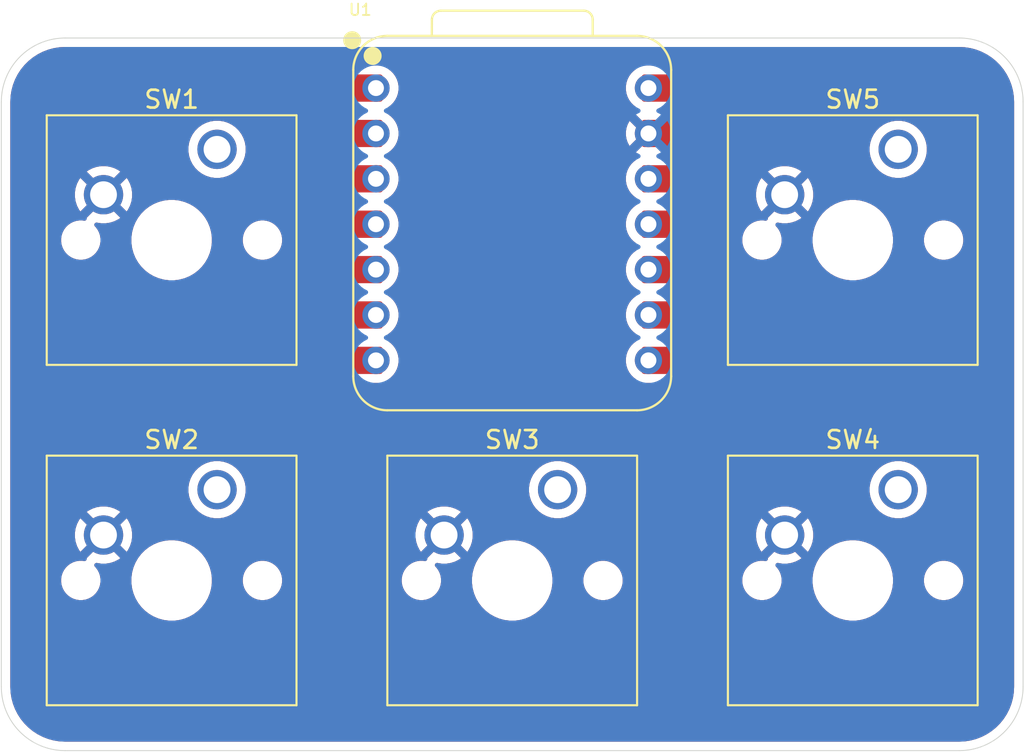
<source format=kicad_pcb>
(kicad_pcb (version 20241229) (generator "pcbnew") (generator_version "9.0")
  (layers (0 "F.Cu" signal) (2 "B.Cu" signal) (13 "F.Paste" user) (15 "B.Paste" user) (5 "F.SilkS" user "F.Silkscreen") (7 "B.SilkS" user "B.Silkscreen") (1 "F.Mask" user) (3 "B.Mask" user) (25 "Edge.Cuts" user))
  (net 0 "")
  (net 1 "GND")
  (net 10 "Net-(U1-GPIO6{slash}SDA)")
  (net 11 "Net-(U1-GPIO29{slash}ADC3{slash}A3)")
  (net 12 "Net-(U1-GPIO28{slash}ADC2{slash}A2)")
  (net 13 "Net-(U1-GPIO27{slash}ADC1{slash}A1)")
  (net 14 "Net-(U1-GPIO26{slash}ADC0{slash}A0)")
  (footprint "Button_Switch_Keyboard:SW_Cherry_MX_1.00u_PCB" (layer "F.Cu") (at 116.84 49.68875)
    (property "Reference" "SW1" (at -2.54 -2.794 0) (layer "F.SilkS"))
    (property "Value" "SW_Push")
    (fp_line (start -9.525 -1.905) (end 4.445 -1.905) (stroke (width 0.12)) (layer "F.SilkS"))
    (fp_line (start -9.525 12.065) (end -9.525 -1.905) (stroke (width 0.12)) (layer "F.SilkS"))
    (fp_line (start 4.445 -1.905) (end 4.445 12.065) (stroke (width 0.12)) (layer "F.SilkS"))
    (fp_line (start 4.445 12.065) (end -9.525 12.065) (stroke (width 0.12)) (layer "F.SilkS"))
    (pad "" np_thru_hole circle (at -7.62 5.08) (size 1.7 1.7) (drill 1.7) (layers "*.Cu" "*.Mask"))
    (pad "" np_thru_hole circle (at -2.54 5.08) (size 4 4) (drill 4) (layers "*.Cu" "*.Mask"))
    (pad "" np_thru_hole circle (at 2.54 5.08) (size 1.7 1.7) (drill 1.7) (layers "*.Cu" "*.Mask"))
    (pad "1" thru_hole circle (at 0 0) (size 2.2 2.2) (drill 1.5) (layers "*.Cu" "*.Mask") (net 10 "Net-(U1-GPIO6{slash}SDA)"))
    (pad "2" thru_hole circle (at -6.35 2.54) (size 2.2 2.2) (drill 1.5) (layers "*.Cu" "*.Mask") (net 1 "GND"))
  )
  (footprint "Button_Switch_Keyboard:SW_Cherry_MX_1.00u_PCB" (layer "F.Cu") (at 154.94 49.68875)
    (property "Reference" "SW5" (at -2.54 -2.794 0) (layer "F.SilkS"))
    (property "Value" "SW_Push")
    (fp_line (start -9.525 -1.905) (end 4.445 -1.905) (stroke (width 0.12)) (layer "F.SilkS"))
    (fp_line (start -9.525 12.065) (end -9.525 -1.905) (stroke (width 0.12)) (layer "F.SilkS"))
    (fp_line (start 4.445 -1.905) (end 4.445 12.065) (stroke (width 0.12)) (layer "F.SilkS"))
    (fp_line (start 4.445 12.065) (end -9.525 12.065) (stroke (width 0.12)) (layer "F.SilkS"))
    (pad "" np_thru_hole circle (at -7.62 5.08) (size 1.7 1.7) (drill 1.7) (layers "*.Cu" "*.Mask"))
    (pad "" np_thru_hole circle (at -2.54 5.08) (size 4 4) (drill 4) (layers "*.Cu" "*.Mask"))
    (pad "" np_thru_hole circle (at 2.54 5.08) (size 1.7 1.7) (drill 1.7) (layers "*.Cu" "*.Mask"))
    (pad "1" thru_hole circle (at 0 0) (size 2.2 2.2) (drill 1.5) (layers "*.Cu" "*.Mask") (net 14 "Net-(U1-GPIO26{slash}ADC0{slash}A0)"))
    (pad "2" thru_hole circle (at -6.35 2.54) (size 2.2 2.2) (drill 1.5) (layers "*.Cu" "*.Mask") (net 1 "GND"))
  )
  (footprint "Button_Switch_Keyboard:SW_Cherry_MX_1.00u_PCB" (layer "F.Cu") (at 116.84 68.73875)
    (property "Reference" "SW2" (at -2.54 -2.794 0) (layer "F.SilkS"))
    (property "Value" "SW_Push")
    (fp_line (start -9.525 -1.905) (end 4.445 -1.905) (stroke (width 0.12)) (layer "F.SilkS"))
    (fp_line (start -9.525 12.065) (end -9.525 -1.905) (stroke (width 0.12)) (layer "F.SilkS"))
    (fp_line (start 4.445 -1.905) (end 4.445 12.065) (stroke (width 0.12)) (layer "F.SilkS"))
    (fp_line (start 4.445 12.065) (end -9.525 12.065) (stroke (width 0.12)) (layer "F.SilkS"))
    (pad "" np_thru_hole circle (at -7.62 5.08) (size 1.7 1.7) (drill 1.7) (layers "*.Cu" "*.Mask"))
    (pad "" np_thru_hole circle (at -2.54 5.08) (size 4 4) (drill 4) (layers "*.Cu" "*.Mask"))
    (pad "" np_thru_hole circle (at 2.54 5.08) (size 1.7 1.7) (drill 1.7) (layers "*.Cu" "*.Mask"))
    (pad "1" thru_hole circle (at 0 0) (size 2.2 2.2) (drill 1.5) (layers "*.Cu" "*.Mask") (net 11 "Net-(U1-GPIO29{slash}ADC3{slash}A3)"))
    (pad "2" thru_hole circle (at -6.35 2.54) (size 2.2 2.2) (drill 1.5) (layers "*.Cu" "*.Mask") (net 1 "GND"))
  )
  (footprint "Seeed Studio XIAO Series Library:XIAO-RP2040-DIP" (layer "F.Cu") (at 133.35 53.88)
    (property "Reference" "U1" (at -8.5 -12 0) (layer "F.SilkS") (effects (font (size 0.635 0.635) (thickness 0.1016))))
    (property "Value" "XIAO-RP2040-DIP")
    (fp_line (start -8.89 8.509) (end -8.89 -8.636) (stroke (width 0.127)) (layer "F.SilkS"))
    (fp_line (start -6.985 10.414) (end 6.985 10.414) (stroke (width 0.127)) (layer "F.SilkS"))
    (fp_line (start -4.495 -10.541) (end -4.491272 -11.451272) (stroke (width 0.127)) (layer "F.SilkS"))
    (fp_line (start -3.991272 -11.951) (end 4.004 -11.951) (stroke (width 0.127)) (layer "F.SilkS"))
    (fp_line (start 4.504 -11.451) (end 4.504 -10.541) (stroke (width 0.127)) (layer "F.SilkS"))
    (fp_line (start 6.985 -10.541) (end -6.985 -10.541) (stroke (width 0.1)) (layer "F.SilkS"))
    (fp_line (start 6.985 -10.541) (end -6.985 -10.541) (stroke (width 0.127)) (layer "F.SilkS"))
    (fp_line (start 8.89 8.509) (end 8.89 -8.636) (stroke (width 0.127)) (layer "F.SilkS"))
    (fp_arc (start -8.89 -8.636) (mid -8.332038 -9.983038) (end -6.985 -10.541) (stroke (width 0.127)) (layer "F.SilkS"))
    (fp_arc (start -6.985 10.414) (mid -8.332038 9.856038) (end -8.89 8.509) (stroke (width 0.127)) (layer "F.SilkS"))
    (fp_arc (start -4.491272 -11.451272) (mid -4.344728 -11.80464) (end -3.991272 -11.951) (stroke (width 0.127)) (layer "F.SilkS"))
    (fp_arc (start 4.004 -11.951) (mid 4.357553 -11.804553) (end 4.504 -11.451) (stroke (width 0.127)) (layer "F.SilkS"))
    (fp_arc (start 6.985 -10.541) (mid 8.332038 -9.983038) (end 8.89 -8.636) (stroke (width 0.127)) (layer "F.SilkS"))
    (fp_arc (start 8.89 8.509) (mid 8.332038 9.856038) (end 6.985 10.414) (stroke (width 0.127)) (layer "F.SilkS"))
    (fp_circle (center -8.95 -10.3) (end -8.95 -10.554) (stroke (width 0.5)) (fill yes) (layer "F.SilkS"))
    (fp_circle (center -7.807 -9.42) (end -7.807 -9.674) (stroke (width 0.5)) (fill yes) (layer "F.SilkS"))
    (pad "1" smd roundrect (at -8.455 -7.62 180) (size 2.432 1.524) (layers "F.Cu" "F.Mask") (roundrect_rratio 0.1) (net 14 "Net-(U1-GPIO26{slash}ADC0{slash}A0)"))
    (pad "1" thru_hole circle (at -7.62 -7.62 180) (size 1.524 1.524) (drill 0.889) (layers "*.Cu" "*.Mask") (net 14 "Net-(U1-GPIO26{slash}ADC0{slash}A0)"))
    (pad "2" smd roundrect (at -8.455 -5.08 180) (size 2.432 1.524) (layers "F.Cu" "F.Mask") (roundrect_rratio 0.1) (net 13 "Net-(U1-GPIO27{slash}ADC1{slash}A1)"))
    (pad "2" thru_hole circle (at -7.62 -5.08 180) (size 1.524 1.524) (drill 0.889) (layers "*.Cu" "*.Mask") (net 13 "Net-(U1-GPIO27{slash}ADC1{slash}A1)"))
    (pad "3" smd roundrect (at -8.455 -2.54 180) (size 2.432 1.524) (layers "F.Cu" "F.Mask") (roundrect_rratio 0.1) (net 12 "Net-(U1-GPIO28{slash}ADC2{slash}A2)"))
    (pad "3" thru_hole circle (at -7.62 -2.54 180) (size 1.524 1.524) (drill 0.889) (layers "*.Cu" "*.Mask") (net 12 "Net-(U1-GPIO28{slash}ADC2{slash}A2)"))
    (pad "4" smd roundrect (at -8.455 0 180) (size 2.432 1.524) (layers "F.Cu" "F.Mask") (roundrect_rratio 0.1) (net 11 "Net-(U1-GPIO29{slash}ADC3{slash}A3)"))
    (pad "4" thru_hole circle (at -7.62 0 180) (size 1.524 1.524) (drill 0.889) (layers "*.Cu" "*.Mask") (net 11 "Net-(U1-GPIO29{slash}ADC3{slash}A3)"))
    (pad "5" smd roundrect (at -8.455 2.54 180) (size 2.432 1.524) (layers "F.Cu" "F.Mask") (roundrect_rratio 0.1) (net 10 "Net-(U1-GPIO6{slash}SDA)"))
    (pad "5" thru_hole circle (at -7.62 2.54 180) (size 1.524 1.524) (drill 0.889) (layers "*.Cu" "*.Mask") (net 10 "Net-(U1-GPIO6{slash}SDA)"))
    (pad "6" smd roundrect (at -8.455 5.08 180) (size 2.432 1.524) (layers "F.Cu" "F.Mask") (roundrect_rratio 0.1))
    (pad "6" thru_hole circle (at -7.62 5.08 180) (size 1.524 1.524) (drill 0.889) (layers "*.Cu" "*.Mask"))
    (pad "7" smd roundrect (at -8.455 7.62 180) (size 2.432 1.524) (layers "F.Cu" "F.Mask") (roundrect_rratio 0.1))
    (pad "7" thru_hole circle (at -7.62 7.62 180) (size 1.524 1.524) (drill 0.889) (layers "*.Cu" "*.Mask"))
    (pad "8" thru_hole circle (at 7.62 7.62) (size 1.524 1.524) (drill 0.889) (layers "*.Cu" "*.Mask"))
    (pad "8" smd roundrect (at 8.455 7.62) (size 2.432 1.524) (layers "F.Cu" "F.Mask") (roundrect_rratio 0.1))
    (pad "9" thru_hole circle (at 7.62 5.08) (size 1.524 1.524) (drill 0.889) (layers "*.Cu" "*.Mask"))
    (pad "9" smd roundrect (at 8.455 5.08) (size 2.432 1.524) (layers "F.Cu" "F.Mask") (roundrect_rratio 0.1))
    (pad "10" thru_hole circle (at 7.62 2.54) (size 1.524 1.524) (drill 0.889) (layers "*.Cu" "*.Mask"))
    (pad "10" smd roundrect (at 8.455 2.54) (size 2.432 1.524) (layers "F.Cu" "F.Mask") (roundrect_rratio 0.1))
    (pad "11" thru_hole circle (at 7.62 0) (size 1.524 1.524) (drill 0.889) (layers "*.Cu" "*.Mask"))
    (pad "11" smd roundrect (at 8.455 0) (size 2.432 1.524) (layers "F.Cu" "F.Mask") (roundrect_rratio 0.1))
    (pad "12" thru_hole circle (at 7.62 -2.54) (size 1.524 1.524) (drill 0.889) (layers "*.Cu" "*.Mask"))
    (pad "12" smd roundrect (at 8.455 -2.54) (size 2.432 1.524) (layers "F.Cu" "F.Mask") (roundrect_rratio 0.1))
    (pad "13" thru_hole circle (at 7.62 -5.08) (size 1.524 1.524) (drill 0.889) (layers "*.Cu" "*.Mask") (net 1 "GND"))
    (pad "13" smd roundrect (at 8.455 -5.08) (size 2.432 1.524) (layers "F.Cu" "F.Mask") (roundrect_rratio 0.1) (net 1 "GND"))
    (pad "14" thru_hole circle (at 7.62 -7.62) (size 1.524 1.524) (drill 0.889) (layers "*.Cu" "*.Mask"))
    (pad "14" smd roundrect (at 8.455 -7.62) (size 2.432 1.524) (layers "F.Cu" "F.Mask") (roundrect_rratio 0.1))
  )
  (footprint "Button_Switch_Keyboard:SW_Cherry_MX_1.00u_PCB" (layer "F.Cu") (at 135.89 68.73875)
    (property "Reference" "SW3" (at -2.54 -2.794 0) (layer "F.SilkS"))
    (property "Value" "SW_Push")
    (fp_line (start -9.525 -1.905) (end 4.445 -1.905) (stroke (width 0.12)) (layer "F.SilkS"))
    (fp_line (start -9.525 12.065) (end -9.525 -1.905) (stroke (width 0.12)) (layer "F.SilkS"))
    (fp_line (start 4.445 -1.905) (end 4.445 12.065) (stroke (width 0.12)) (layer "F.SilkS"))
    (fp_line (start 4.445 12.065) (end -9.525 12.065) (stroke (width 0.12)) (layer "F.SilkS"))
    (pad "" np_thru_hole circle (at -7.62 5.08) (size 1.7 1.7) (drill 1.7) (layers "*.Cu" "*.Mask"))
    (pad "" np_thru_hole circle (at -2.54 5.08) (size 4 4) (drill 4) (layers "*.Cu" "*.Mask"))
    (pad "" np_thru_hole circle (at 2.54 5.08) (size 1.7 1.7) (drill 1.7) (layers "*.Cu" "*.Mask"))
    (pad "1" thru_hole circle (at 0 0) (size 2.2 2.2) (drill 1.5) (layers "*.Cu" "*.Mask") (net 12 "Net-(U1-GPIO28{slash}ADC2{slash}A2)"))
    (pad "2" thru_hole circle (at -6.35 2.54) (size 2.2 2.2) (drill 1.5) (layers "*.Cu" "*.Mask") (net 1 "GND"))
  )
  (footprint "Button_Switch_Keyboard:SW_Cherry_MX_1.00u_PCB" (layer "F.Cu") (at 154.94 68.73875)
    (property "Reference" "SW4" (at -2.54 -2.794 0) (layer "F.SilkS"))
    (property "Value" "SW_Push")
    (fp_line (start -9.525 -1.905) (end 4.445 -1.905) (stroke (width 0.12)) (layer "F.SilkS"))
    (fp_line (start -9.525 12.065) (end -9.525 -1.905) (stroke (width 0.12)) (layer "F.SilkS"))
    (fp_line (start 4.445 -1.905) (end 4.445 12.065) (stroke (width 0.12)) (layer "F.SilkS"))
    (fp_line (start 4.445 12.065) (end -9.525 12.065) (stroke (width 0.12)) (layer "F.SilkS"))
    (pad "" np_thru_hole circle (at -7.62 5.08) (size 1.7 1.7) (drill 1.7) (layers "*.Cu" "*.Mask"))
    (pad "" np_thru_hole circle (at -2.54 5.08) (size 4 4) (drill 4) (layers "*.Cu" "*.Mask"))
    (pad "" np_thru_hole circle (at 2.54 5.08) (size 1.7 1.7) (drill 1.7) (layers "*.Cu" "*.Mask"))
    (pad "1" thru_hole circle (at 0 0) (size 2.2 2.2) (drill 1.5) (layers "*.Cu" "*.Mask") (net 13 "Net-(U1-GPIO27{slash}ADC1{slash}A1)"))
    (pad "2" thru_hole circle (at -6.35 2.54) (size 2.2 2.2) (drill 1.5) (layers "*.Cu" "*.Mask") (net 1 "GND"))
  )
  (gr_line (start 158.353258 43.457849) (end 108.346966 43.457849) (stroke (width 0.05)) (layer "Edge.Cuts"))
  (gr_line (start 158.353258 83.343684) (end 108.338548 83.34374) (stroke (width 0.05)) (layer "Edge.Cuts"))
  (gr_arc (start 108.346966 83.34375) (mid 105.821316 82.297592) (end 104.775158 79.771942) (stroke (width 0.05)) (layer "Edge.Cuts"))
  (gr_arc (start 158.353258 43.457849) (mid 160.878957 44.504028) (end 161.925136 47.029727) (stroke (width 0.05)) (layer "Edge.Cuts"))
  (gr_line (start 104.775158 79.77194) (end 104.775088 47.029727) (stroke (width 0.05)) (layer "Edge.Cuts"))
  (gr_line (start 161.925136 79.771942) (end 161.925136 47.029727) (stroke (width 0.05)) (layer "Edge.Cuts"))
  (gr_arc (start 104.775088 47.029727) (mid 105.821267 44.504028) (end 108.346966 43.457849) (stroke (width 0.05)) (layer "Edge.Cuts"))
  (gr_arc (start 161.925 79.771942) (mid 160.878861 82.297545) (end 158.353258 83.343684) (stroke (width 0.05)) (layer "Edge.Cuts"))
  (zone (net 1) (net_name "GND") (layers "F.Cu" "B.Cu") (connect_pads (clearance 0.5)) (min_thickness 0.25) (fill yes (thermal_gap 0.5) (thermal_bridge_width 0.5))
    (polygon (pts (xy 104.775 42.8625) (xy 104.775 83.34375) (xy 161.925 83.34375) (xy 161.925 42.8625)))
  )
)
</source>
